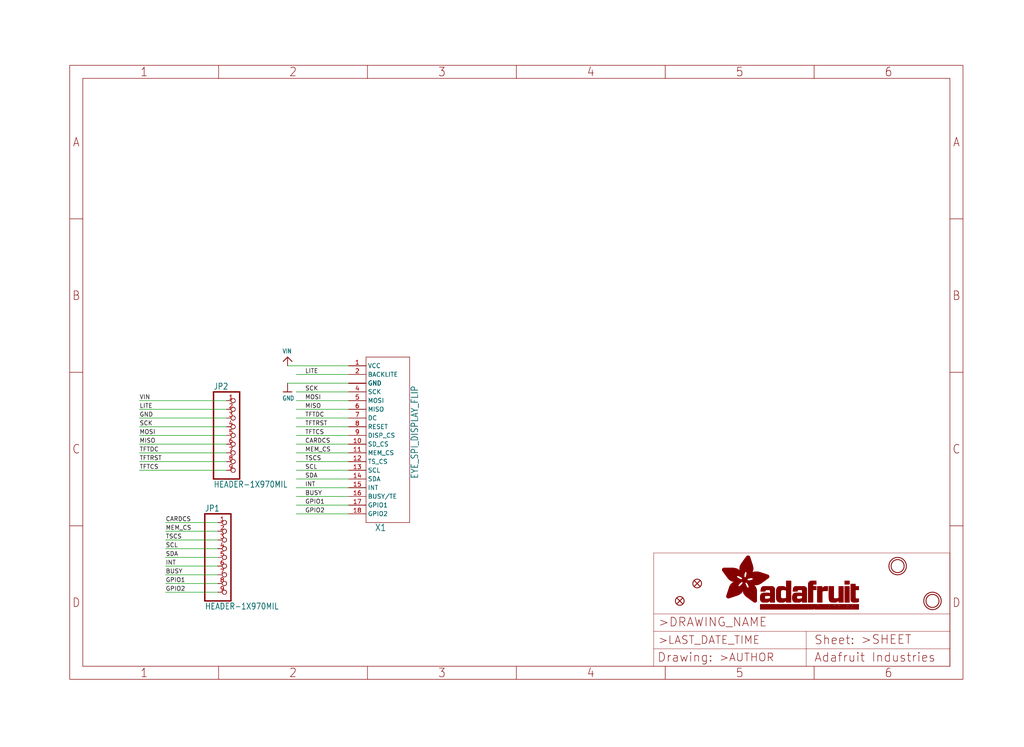
<source format=kicad_sch>
(kicad_sch (version 20211123) (generator eeschema)
  (paper "User" 298.45 217.881)
  (lib_symbols
    (symbol "eagleSchem-eagle-import:EYE_SPI_DISPLAY_FLIP"
      (property "Reference" "X" (at 2.54 -27.94 0))
      (property "Value" "EYE_SPI_DISPLAY_FLIP" (at 2.54 -27.94 0))
      (symbol "EYE_SPI_DISPLAY_FLIP_1_0"
        (pin power_in line (at -5.08 20.32 0) (length 5.08) (name "VCC") (number "1"))
        (pin input line (at -5.08 -2.54 0) (length 5.08) (name "SD_CS") (number "10"))
        (pin input line (at -5.08 -5.08 0) (length 5.08) (name "MEM_CS") (number "11"))
        (pin input line (at -5.08 -7.62 0) (length 5.08) (name "TS_CS") (number "12"))
        (pin input line (at -5.08 -10.16 0) (length 5.08) (name "SCL") (number "13"))
        (pin bidirectional line (at -5.08 -12.7 0) (length 5.08) (name "SDA") (number "14"))
        (pin output line (at -5.08 -15.24 0) (length 5.08) (name "INT") (number "15"))
        (pin output line (at -5.08 -17.78 0) (length 5.08) (name "BUSY/TE") (number "16"))
        (pin passive line (at -5.08 -20.32 0) (length 5.08) (name "GPIO1") (number "17"))
        (pin passive line (at -5.08 -22.86 0) (length 5.08) (name "GPIO2") (number "18"))
        (pin input line (at -5.08 17.78 0) (length 5.08) (name "BACKLITE") (number "2"))
        (pin power_in line (at -5.08 15.24 0) (length 5.08) (name "GND") (number "3"))
        (pin input line (at -5.08 12.7 0) (length 5.08) (name "SCK") (number "4"))
        (pin input line (at -5.08 10.16 0) (length 5.08) (name "MOSI") (number "5"))
        (pin output line (at -5.08 7.62 0) (length 5.08) (name "MISO") (number "6"))
        (pin input line (at -5.08 5.08 0) (length 5.08) (name "DC") (number "7"))
        (pin input line (at -5.08 2.54 0) (length 5.08) (name "RESET") (number "8"))
        (pin input line (at -5.08 0 0) (length 5.08) (name "DISP_CS") (number "9"))
        (pin power_in line (at -5.08 15.24 0) (length 5.08) (name "GND") (number "SUPPORT1"))
        (pin power_in line (at -5.08 15.24 0) (length 5.08) (name "GND") (number "SUPPORT2"))
      )
    )
    (symbol "eagleSchem-eagle-import:FIDUCIAL_1MM")
    (symbol "eagleSchem-eagle-import:FRAME_A4_ADAFRUIT"
      (symbol "FRAME_A4_ADAFRUIT_0_0"
        (text "1" (at 21.6958 1.905 0) (effects (font (size 2.54 2.286))))
        (text "1" (at 21.6958 177.165 0) (effects (font (size 2.54 2.286))))
        (text "2" (at 65.0875 1.905 0) (effects (font (size 2.54 2.286))))
        (text "2" (at 65.0875 177.165 0) (effects (font (size 2.54 2.286))))
        (text "3" (at 108.4792 1.905 0) (effects (font (size 2.54 2.286))))
        (text "3" (at 108.4792 177.165 0) (effects (font (size 2.54 2.286))))
        (text "4" (at 151.8708 1.905 0) (effects (font (size 2.54 2.286))))
        (text "4" (at 151.8708 177.165 0) (effects (font (size 2.54 2.286))))
        (text "5" (at 195.2625 1.905 0) (effects (font (size 2.54 2.286))))
        (text "5" (at 195.2625 177.165 0) (effects (font (size 2.54 2.286))))
        (text "6" (at 238.6542 1.905 0) (effects (font (size 2.54 2.286))))
        (text "6" (at 238.6542 177.165 0) (effects (font (size 2.54 2.286))))
        (text "A" (at 1.905 156.6863 0) (effects (font (size 2.54 2.286))))
        (text "A" (at 258.445 156.6863 0) (effects (font (size 2.54 2.286))))
        (text "B" (at 1.905 111.9188 0) (effects (font (size 2.54 2.286))))
        (text "B" (at 258.445 111.9188 0) (effects (font (size 2.54 2.286))))
        (text "C" (at 1.905 67.1513 0) (effects (font (size 2.54 2.286))))
        (text "C" (at 258.445 67.1513 0) (effects (font (size 2.54 2.286))))
        (text "D" (at 1.905 22.3838 0) (effects (font (size 2.54 2.286))))
        (text "D" (at 258.445 22.3838 0) (effects (font (size 2.54 2.286))))
      )
      (symbol "FRAME_A4_ADAFRUIT_1_0"
        (text ">AUTHOR" (at 189.23 5.08 0) (effects (font (size 2.286 2.286)) (justify left bottom)))
        (text ">DRAWING_NAME" (at 171.45 15.24 0) (effects (font (size 2.54 2.54)) (justify left bottom)))
        (text ">LAST_DATE_TIME" (at 171.45 10.16 0) (effects (font (size 2.286 2.286)) (justify left bottom)))
        (text ">SHEET" (at 230.505 10.16 0) (effects (font (size 2.54 2.54)) (justify left bottom)))
        (text "Adafruit Industries" (at 216.916 4.953 0) (effects (font (size 2.54 2.54)) (justify left bottom)))
        (text "Drawing:" (at 171.196 4.953 0) (effects (font (size 2.54 2.54)) (justify left bottom)))
        (text "Sheet:" (at 216.916 10.033 0) (effects (font (size 2.54 2.54)) (justify left bottom)))
      )
    )
    (symbol "eagleSchem-eagle-import:GND" (power)
      (property "Value" "GND" (at -1.524 -2.54 0))
      (symbol "GND_1_0"
        (pin power_in line (at 0 2.54 270) (length 2.54) (name "GND") (number "1"))
      )
    )
    (symbol "eagleSchem-eagle-import:HEADER-1X970MIL"
      (property "Reference" "JP" (at -6.35 13.335 0))
      (property "Value" "HEADER-1X970MIL" (at -6.35 -15.24 0))
      (symbol "HEADER-1X970MIL_1_0"
        (pin passive inverted (at -2.54 10.16 0) (length 2.54) (name "1") (number "1"))
        (pin passive inverted (at -2.54 7.62 0) (length 2.54) (name "2") (number "2"))
        (pin passive inverted (at -2.54 5.08 0) (length 2.54) (name "3") (number "3"))
        (pin passive inverted (at -2.54 2.54 0) (length 2.54) (name "4") (number "4"))
        (pin passive inverted (at -2.54 0 0) (length 2.54) (name "5") (number "5"))
        (pin passive inverted (at -2.54 -2.54 0) (length 2.54) (name "6") (number "6"))
        (pin passive inverted (at -2.54 -5.08 0) (length 2.54) (name "7") (number "7"))
        (pin passive inverted (at -2.54 -7.62 0) (length 2.54) (name "8") (number "8"))
        (pin passive inverted (at -2.54 -10.16 0) (length 2.54) (name "9") (number "9"))
      )
    )
    (symbol "eagleSchem-eagle-import:MOUNTINGHOLE2.5")
    (symbol "eagleSchem-eagle-import:VIN" (power)
      (property "Value" "VIN" (at -1.524 1.016 0))
      (symbol "VIN_1_0"
        (pin power_in line (at 0 -2.54 90) (length 2.54) (name "VIN") (number "1"))
      )
    )
  )
  (wire (pts (xy 63.5 152.4) (xy 48.26 152.4)))
  (wire (pts (xy 63.5 165.1) (xy 48.26 165.1)))
  (wire (pts (xy 101.6 142.24) (xy 86.36 142.24)))
  (wire (pts (xy 101.6 132.08) (xy 86.36 132.08)))
  (wire (pts (xy 83.82 111.76) (xy 101.6 111.76)))
  (wire (pts (xy 66.04 132.08) (xy 40.64 132.08)))
  (wire (pts (xy 48.26 162.56) (xy 63.5 162.56)))
  (wire (pts (xy 66.04 127) (xy 40.64 127)))
  (wire (pts (xy 86.36 144.78) (xy 101.6 144.78)))
  (wire (pts (xy 66.04 134.62) (xy 40.64 134.62)))
  (wire (pts (xy 48.26 172.72) (xy 63.5 172.72)))
  (wire (pts (xy 48.26 167.64) (xy 63.5 167.64)))
  (wire (pts (xy 48.26 157.48) (xy 63.5 157.48)))
  (wire (pts (xy 101.6 114.3) (xy 86.36 114.3)))
  (wire (pts (xy 86.36 127) (xy 101.6 127)))
  (wire (pts (xy 101.6 121.92) (xy 86.36 121.92)))
  (wire (pts (xy 66.04 119.38) (xy 40.64 119.38)))
  (wire (pts (xy 101.6 109.22) (xy 86.36 109.22)))
  (wire (pts (xy 86.36 119.38) (xy 101.6 119.38)))
  (wire (pts (xy 40.64 137.16) (xy 66.04 137.16)))
  (wire (pts (xy 83.82 106.68) (xy 101.6 106.68)))
  (wire (pts (xy 101.6 116.84) (xy 86.36 116.84)))
  (wire (pts (xy 66.04 116.84) (xy 40.64 116.84)))
  (wire (pts (xy 101.6 149.86) (xy 86.36 149.86)))
  (wire (pts (xy 86.36 139.7) (xy 101.6 139.7)))
  (wire (pts (xy 66.04 121.92) (xy 40.64 121.92)))
  (wire (pts (xy 101.6 147.32) (xy 86.36 147.32)))
  (wire (pts (xy 86.36 134.62) (xy 101.6 134.62)))
  (wire (pts (xy 63.5 170.18) (xy 48.26 170.18)))
  (wire (pts (xy 63.5 154.94) (xy 48.26 154.94)))
  (wire (pts (xy 40.64 129.54) (xy 66.04 129.54)))
  (wire (pts (xy 101.6 124.46) (xy 86.36 124.46)))
  (wire (pts (xy 101.6 129.54) (xy 86.36 129.54)))
  (wire (pts (xy 101.6 137.16) (xy 86.36 137.16)))
  (wire (pts (xy 63.5 160.02) (xy 48.26 160.02)))
  (wire (pts (xy 66.04 124.46) (xy 40.64 124.46)))
  (label "MISO" (at 88.9 119.38 0) (effects (font (size 1.2446 1.2446))))
  (label "TFTRST" (at 88.9 124.46 0) (effects (font (size 1.2446 1.2446))))
  (label "TSCS" (at 88.9 134.62 0) (effects (font (size 1.2446 1.2446))))
  (label "SCK" (at 40.64 124.46 0) (effects (font (size 1.2446 1.2446))))
  (label "TFTRST" (at 40.64 134.62 0) (effects (font (size 1.2446 1.2446))))
  (label "GPIO1" (at 88.9 147.32 0) (effects (font (size 1.2446 1.2446))))
  (label "INT" (at 88.9 142.24 0) (effects (font (size 1.2446 1.2446))))
  (label "SCK" (at 88.9 114.3 0) (effects (font (size 1.2446 1.2446))))
  (label "GPIO1" (at 48.26 170.18 0) (effects (font (size 1.2446 1.2446))))
  (label "MEM_CS" (at 88.9 132.08 0) (effects (font (size 1.2446 1.2446))))
  (label "TSCS" (at 48.26 157.48 0) (effects (font (size 1.2446 1.2446))))
  (label "BUSY" (at 88.9 144.78 0) (effects (font (size 1.2446 1.2446))))
  (label "INT" (at 48.26 165.1 0) (effects (font (size 1.2446 1.2446))))
  (label "LITE" (at 40.64 119.38 0) (effects (font (size 1.2446 1.2446))))
  (label "GPIO2" (at 88.9 149.86 0) (effects (font (size 1.2446 1.2446))))
  (label "VIN" (at 40.64 116.84 0) (effects (font (size 1.2446 1.2446))))
  (label "TFTCS" (at 40.64 137.16 0) (effects (font (size 1.2446 1.2446))))
  (label "GND" (at 40.64 121.92 0) (effects (font (size 1.2446 1.2446))))
  (label "CARDCS" (at 48.26 152.4 0) (effects (font (size 1.2446 1.2446))))
  (label "MOSI" (at 88.9 116.84 0) (effects (font (size 1.2446 1.2446))))
  (label "TFTDC" (at 40.64 132.08 0) (effects (font (size 1.2446 1.2446))))
  (label "LITE" (at 88.9 109.22 0) (effects (font (size 1.2446 1.2446))))
  (label "MEM_CS" (at 48.26 154.94 0) (effects (font (size 1.2446 1.2446))))
  (label "SDA" (at 88.9 139.7 0) (effects (font (size 1.2446 1.2446))))
  (label "TFTCS" (at 88.9 127 0) (effects (font (size 1.2446 1.2446))))
  (label "SCL" (at 48.26 160.02 0) (effects (font (size 1.2446 1.2446))))
  (label "BUSY" (at 48.26 167.64 0) (effects (font (size 1.2446 1.2446))))
  (label "MISO" (at 40.64 129.54 0) (effects (font (size 1.2446 1.2446))))
  (label "SDA" (at 48.26 162.56 0) (effects (font (size 1.2446 1.2446))))
  (label "MOSI" (at 40.64 127 0) (effects (font (size 1.2446 1.2446))))
  (label "SCL" (at 88.9 137.16 0) (effects (font (size 1.2446 1.2446))))
  (label "GPIO2" (at 48.26 172.72 0) (effects (font (size 1.2446 1.2446))))
  (label "TFTDC" (at 88.9 121.92 0) (effects (font (size 1.2446 1.2446))))
  (label "CARDCS" (at 88.9 129.54 0) (effects (font (size 1.2446 1.2446))))
  (symbol (lib_id "eagleSchem-eagle-import:HEADER-1X970MIL") (at 66.04 162.56 0) (unit 1)
    (property "Reference" "JP1" (at 59.69 149.225 0) (effects (font (size 1.778 1.5113)) (justify left bottom)))
    (property "Value" "HEADER-1X970MIL" (at 59.69 177.8 0) (effects (font (size 1.778 1.5113)) (justify left bottom)))
    (property "Footprint" "eagleSchem:1X09_ROUND_70" (effects hide))
  )
  (symbol (lib_id "eagleSchem-eagle-import:GND") (at 83.82 114.3 0) (unit 1)
    (property "Reference" "#U$18" (effects hide))
    (property "Value" "GND" (at 82.296 116.84 0) (effects (font (size 1.27 1.0795)) (justify left bottom)))
    (property "Footprint" "eagleSchem:" (effects hide))
  )
  (symbol (lib_id "eagleSchem-eagle-import:FIDUCIAL_1MM") (at 198.12 175.26 0) (unit 1)
    (property "Reference" "U$4" (effects hide))
    (property "Value" "FIDUCIAL_1MM" (effects hide))
    (property "Footprint" "eagleSchem:FIDUCIAL_1MM" (effects hide))
  )
  (symbol (lib_id "eagleSchem-eagle-import:FIDUCIAL_1MM") (at 203.2 170.18 0) (unit 1)
    (property "Reference" "U$5" (effects hide))
    (property "Value" "FIDUCIAL_1MM" (effects hide))
    (property "Footprint" "eagleSchem:FIDUCIAL_1MM" (effects hide))
  )
  (symbol (lib_id "eagleSchem-eagle-import:MOUNTINGHOLE2.5") (at 261.62 165.1 0) (unit 1)
    (property "Reference" "U$10" (effects hide))
    (property "Value" "MOUNTINGHOLE2.5" (effects hide))
    (property "Footprint" "eagleSchem:MOUNTINGHOLE_2.5_PLATED" (effects hide))
  )
  (symbol (lib_id "eagleSchem-eagle-import:FRAME_A4_ADAFRUIT") (at 20.32 198.12 0) (unit 1)
    (property "Reference" "#U$6" (effects hide))
    (property "Value" "FRAME_A4_ADAFRUIT" (effects hide))
    (property "Footprint" "eagleSchem:" (effects hide))
  )
  (symbol (lib_id "eagleSchem-eagle-import:EYE_SPI_DISPLAY_FLIP") (at 106.68 127 0) (unit 1)
    (property "Reference" "X1" (at 109.22 154.94 0) (effects (font (size 1.9304 1.6408)) (justify left bottom)))
    (property "Value" "EYE_SPI_DISPLAY_FLIP" (at 121.92 139.7 90) (effects (font (size 1.9304 1.6408)) (justify left bottom)))
    (property "Footprint" "eagleSchem:EYE_SPI_DISPLAY_BOTCONTACT" (effects hide))
  )
  (symbol (lib_id "eagleSchem-eagle-import:HEADER-1X970MIL") (at 68.58 127 0) (unit 1)
    (property "Reference" "JP2" (at 62.23 113.665 0) (effects (font (size 1.778 1.5113)) (justify left bottom)))
    (property "Value" "HEADER-1X970MIL" (at 62.23 142.24 0) (effects (font (size 1.778 1.5113)) (justify left bottom)))
    (property "Footprint" "eagleSchem:1X09_ROUND_70" (effects hide))
  )
  (symbol (lib_id "eagleSchem-eagle-import:VIN") (at 83.82 104.14 0) (unit 1)
    (property "Reference" "#U$3" (effects hide))
    (property "Value" "VIN" (at 82.296 103.124 0) (effects (font (size 1.27 1.0795)) (justify left bottom)))
    (property "Footprint" "eagleSchem:" (effects hide))
  )
  (symbol (lib_id "eagleSchem-eagle-import:MOUNTINGHOLE2.5") (at 271.78 175.26 0) (unit 1)
    (property "Reference" "U$9" (effects hide))
    (property "Value" "MOUNTINGHOLE2.5" (effects hide))
    (property "Footprint" "eagleSchem:MOUNTINGHOLE_2.5_PLATED" (effects hide))
  )
)
</source>
